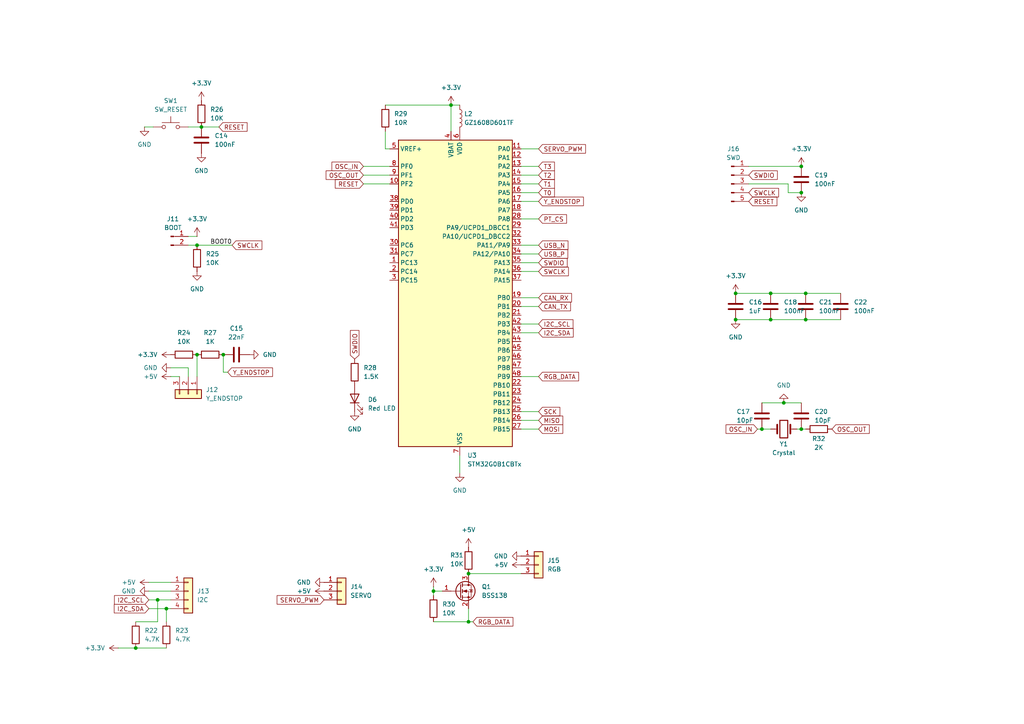
<source format=kicad_sch>
(kicad_sch (version 20231120) (generator "eeschema") (generator_version "8.0")
  (paper "A4")
  (title_block (title "CANBus Checkpoint") (date "2024-05-18") (rev "v1.1.0") (comment 1 "creativecommons.org/licenses/by-sa/4.0/") (comment 2 "License: CC BY-SA 4.0") (comment 3 "Author: Michael Smith"))
  (lib_symbols
    (symbol "Connector:Conn_01x02_Pin" (pin_names (offset 1.016) hide)
      (property "Reference" "J" (at 0 2.54 0))
      (property "Value" "Conn_01x02_Pin" (at 0 -5.08 0))
      (symbol "Conn_01x02_Pin_1_1"
        (polyline (pts (xy 1.27 -2.54) (xy 0.8636 -2.54)) (stroke (width 0.1524)))
        (polyline (pts (xy 1.27 0) (xy 0.8636 0)) (stroke (width 0.1524)))
        (rectangle (start 0.8636 -2.413) (end 0 -2.667) (stroke (width 0.1524)) (fill (type outline)))
        (rectangle (start 0.8636 0.127) (end 0 -0.127) (stroke (width 0.1524)) (fill (type outline)))
        (pin passive line (at 5.08 0 180) (length 3.81) (name "Pin_1") (number "1"))
        (pin passive line (at 5.08 -2.54 180) (length 3.81) (name "Pin_2") (number "2"))
      )
    )
    (symbol "Connector:Conn_01x05_Pin" (pin_names (offset 1.016) hide)
      (property "Reference" "J" (at 0 7.62 0))
      (property "Value" "Conn_01x05_Pin" (at 0 -7.62 0))
      (symbol "Conn_01x05_Pin_1_1"
        (polyline (pts (xy 1.27 -5.08) (xy 0.8636 -5.08)) (stroke (width 0.1524)))
        (polyline (pts (xy 1.27 -2.54) (xy 0.8636 -2.54)) (stroke (width 0.1524)))
        (polyline (pts (xy 1.27 0) (xy 0.8636 0)) (stroke (width 0.1524)))
        (polyline (pts (xy 1.27 2.54) (xy 0.8636 2.54)) (stroke (width 0.1524)))
        (polyline (pts (xy 1.27 5.08) (xy 0.8636 5.08)) (stroke (width 0.1524)))
        (rectangle (start 0.8636 -4.953) (end 0 -5.207) (stroke (width 0.1524)) (fill (type outline)))
        (rectangle (start 0.8636 -2.413) (end 0 -2.667) (stroke (width 0.1524)) (fill (type outline)))
        (rectangle (start 0.8636 0.127) (end 0 -0.127) (stroke (width 0.1524)) (fill (type outline)))
        (rectangle (start 0.8636 2.667) (end 0 2.413) (stroke (width 0.1524)) (fill (type outline)))
        (rectangle (start 0.8636 5.207) (end 0 4.953) (stroke (width 0.1524)) (fill (type outline)))
        (pin passive line (at 5.08 5.08 180) (length 3.81) (name "Pin_1") (number "1"))
        (pin passive line (at 5.08 2.54 180) (length 3.81) (name "Pin_2") (number "2"))
        (pin passive line (at 5.08 0 180) (length 3.81) (name "Pin_3") (number "3"))
        (pin passive line (at 5.08 -2.54 180) (length 3.81) (name "Pin_4") (number "4"))
        (pin passive line (at 5.08 -5.08 180) (length 3.81) (name "Pin_5") (number "5"))
      )
    )
    (symbol "Connector_Generic:Conn_01x03" (pin_names (offset 1.016) hide)
      (property "Reference" "J" (at 0 5.08 0))
      (property "Value" "Conn_01x03" (at 0 -5.08 0))
      (symbol "Conn_01x03_1_1"
        (rectangle (start -1.27 -2.413) (end 0 -2.667) (stroke (width 0.1524)))
        (rectangle (start -1.27 0.127) (end 0 -0.127) (stroke (width 0.1524)))
        (rectangle (start -1.27 2.667) (end 0 2.413) (stroke (width 0.1524)))
        (rectangle (start -1.27 3.81) (end 1.27 -3.81) (stroke (width 0.254)) (fill (type background)))
        (pin passive line (at -5.08 2.54 0) (length 3.81) (name "Pin_1") (number "1"))
        (pin passive line (at -5.08 0 0) (length 3.81) (name "Pin_2") (number "2"))
        (pin passive line (at -5.08 -2.54 0) (length 3.81) (name "Pin_3") (number "3"))
      )
    )
    (symbol "Connector_Generic:Conn_01x04" (pin_names (offset 1.016) hide)
      (property "Reference" "J" (at 0 5.08 0))
      (property "Value" "Conn_01x04" (at 0 -7.62 0))
      (symbol "Conn_01x04_1_1"
        (rectangle (start -1.27 -4.953) (end 0 -5.207) (stroke (width 0.1524)))
        (rectangle (start -1.27 -2.413) (end 0 -2.667) (stroke (width 0.1524)))
        (rectangle (start -1.27 0.127) (end 0 -0.127) (stroke (width 0.1524)))
        (rectangle (start -1.27 2.667) (end 0 2.413) (stroke (width 0.1524)))
        (rectangle (start -1.27 3.81) (end 1.27 -6.35) (stroke (width 0.254)) (fill (type background)))
        (pin passive line (at -5.08 2.54 0) (length 3.81) (name "Pin_1") (number "1"))
        (pin passive line (at -5.08 0 0) (length 3.81) (name "Pin_2") (number "2"))
        (pin passive line (at -5.08 -2.54 0) (length 3.81) (name "Pin_3") (number "3"))
        (pin passive line (at -5.08 -5.08 0) (length 3.81) (name "Pin_4") (number "4"))
      )
    )
    (symbol "Device:C" (pin_numbers hide) (pin_names (offset 0.254))
      (property "Reference" "C" (at 0.635 2.54 0))
      (property "Value" "C" (at 0.635 -2.54 0))
      (symbol "C_0_1"
        (polyline (pts (xy -2.032 -0.762) (xy 2.032 -0.762)) (stroke (width 0.508)))
        (polyline (pts (xy -2.032 0.762) (xy 2.032 0.762)) (stroke (width 0.508)))
      )
      (symbol "C_1_1"
        (pin passive line (at 0 3.81 270) (length 2.794) (name "~") (number "1"))
        (pin passive line (at 0 -3.81 90) (length 2.794) (name "~") (number "2"))
      )
    )
    (symbol "Device:Crystal" (pin_numbers hide) (pin_names (offset 1.016) hide)
      (property "Reference" "Y" (at 0 3.81 0))
      (property "Value" "Crystal" (at 0 -3.81 0))
      (symbol "Crystal_0_1"
        (rectangle (start -1.143 2.54) (end 1.143 -2.54) (stroke (width 0.3048)))
        (polyline (pts (xy -2.54 0) (xy -1.905 0)))
        (polyline (pts (xy -1.905 -1.27) (xy -1.905 1.27)) (stroke (width 0.508)))
        (polyline (pts (xy 1.905 -1.27) (xy 1.905 1.27)) (stroke (width 0.508)))
        (polyline (pts (xy 2.54 0) (xy 1.905 0)))
      )
      (symbol "Crystal_1_1"
        (pin passive line (at -3.81 0 0) (length 1.27) (name "1") (number "1"))
        (pin passive line (at 3.81 0 180) (length 1.27) (name "2") (number "2"))
      )
    )
    (symbol "Device:L" (pin_numbers hide) (pin_names (offset 1.016) hide)
      (property "Reference" "L" (at -1.27 0 90))
      (property "Value" "L" (at 1.905 0 90))
      (symbol "L_0_1"
        (arc (start 0 -2.54) (mid 0.6323 -1.905) (end 0 -1.27))
        (arc (start 0 -1.27) (mid 0.6323 -0.635) (end 0 0))
        (arc (start 0 0) (mid 0.6323 0.635) (end 0 1.27))
        (arc (start 0 1.27) (mid 0.6323 1.905) (end 0 2.54))
      )
      (symbol "L_1_1"
        (pin passive line (at 0 3.81 270) (length 1.27) (name "1") (number "1"))
        (pin passive line (at 0 -3.81 90) (length 1.27) (name "2") (number "2"))
      )
    )
    (symbol "Device:LED" (pin_numbers hide) (pin_names (offset 1.016) hide)
      (property "Reference" "D" (at 0 2.54 0))
      (property "Value" "LED" (at 0 -2.54 0))
      (symbol "LED_0_1"
        (polyline (pts (xy -1.27 -1.27) (xy -1.27 1.27)) (stroke (width 0.254)))
        (polyline (pts (xy -1.27 0) (xy 1.27 0)))
        (polyline (pts (xy 1.27 -1.27) (xy 1.27 1.27) (xy -1.27 0) (xy 1.27 -1.27)) (stroke (width 0.254)))
        (polyline (pts (xy -3.048 -0.762) (xy -4.572 -2.286) (xy -3.81 -2.286) (xy -4.572 -2.286) (xy -4.572 -1.524)))
        (polyline (pts (xy -1.778 -0.762) (xy -3.302 -2.286) (xy -2.54 -2.286) (xy -3.302 -2.286) (xy -3.302 -1.524)))
      )
      (symbol "LED_1_1"
        (pin passive line (at -3.81 0 0) (length 2.54) (name "K") (number "1"))
        (pin passive line (at 3.81 0 180) (length 2.54) (name "A") (number "2"))
      )
    )
    (symbol "Device:R" (pin_numbers hide) (pin_names (offset 0))
      (property "Reference" "R" (at 2.032 0 90))
      (property "Value" "R" (at 0 0 90))
      (symbol "R_0_1"
        (rectangle (start -1.016 -2.54) (end 1.016 2.54) (stroke (width 0.254)))
      )
      (symbol "R_1_1"
        (pin passive line (at 0 3.81 270) (length 1.27) (name "~") (number "1"))
        (pin passive line (at 0 -3.81 90) (length 1.27) (name "~") (number "2"))
      )
    )
    (symbol "MCU_ST_STM32G0:STM32G0B1CBTx"
      (property "Reference" "U" (at -15.24 46.99 0))
      (property "Value" "STM32G0B1CBTx" (at 5.08 46.99 0))
      (symbol "STM32G0B1CBTx_0_1"
        (rectangle (start -15.24 -43.18) (end 17.78 45.72) (stroke (width 0.254)) (fill (type background)))
      )
      (symbol "STM32G0B1CBTx_1_1"
        (pin bidirectional line (at -17.78 10.16 0) (length 2.54) (name "PC13") (number "1"))
        (pin bidirectional line (at -17.78 33.02 0) (length 2.54) (name "PF2") (number "10"))
        (pin bidirectional line (at 20.32 43.18 180) (length 2.54) (name "PA0") (number "11"))
        (pin bidirectional line (at 20.32 40.64 180) (length 2.54) (name "PA1") (number "12"))
        (pin bidirectional line (at 20.32 38.1 180) (length 2.54) (name "PA2") (number "13"))
        (pin bidirectional line (at 20.32 35.56 180) (length 2.54) (name "PA3") (number "14"))
        (pin bidirectional line (at 20.32 33.02 180) (length 2.54) (name "PA4") (number "15"))
        (pin bidirectional line (at 20.32 30.48 180) (length 2.54) (name "PA5") (number "16"))
        (pin bidirectional line (at 20.32 27.94 180) (length 2.54) (name "PA6") (number "17"))
        (pin bidirectional line (at 20.32 25.4 180) (length 2.54) (name "PA7") (number "18"))
        (pin bidirectional line (at 20.32 0 180) (length 2.54) (name "PB0") (number "19"))
        (pin bidirectional line (at -17.78 7.62 0) (length 2.54) (name "PC14") (number "2"))
        (pin bidirectional line (at 20.32 -2.54 180) (length 2.54) (name "PB1") (number "20"))
        (pin bidirectional line (at 20.32 -5.08 180) (length 2.54) (name "PB2") (number "21"))
        (pin bidirectional line (at 20.32 -25.4 180) (length 2.54) (name "PB10") (number "22"))
        (pin bidirectional line (at 20.32 -27.94 180) (length 2.54) (name "PB11") (number "23"))
        (pin bidirectional line (at 20.32 -30.48 180) (length 2.54) (name "PB12") (number "24"))
        (pin bidirectional line (at 20.32 -33.02 180) (length 2.54) (name "PB13") (number "25"))
        (pin bidirectional line (at 20.32 -35.56 180) (length 2.54) (name "PB14") (number "26"))
        (pin bidirectional line (at 20.32 -38.1 180) (length 2.54) (name "PB15") (number "27"))
        (pin bidirectional line (at 20.32 22.86 180) (length 2.54) (name "PA8") (number "28"))
        (pin bidirectional line (at 20.32 20.32 180) (length 2.54) (name "PA9/UCPD1_DBCC1") (number "29"))
        (pin bidirectional line (at -17.78 5.08 0) (length 2.54) (name "PC15") (number "3"))
        (pin bidirectional line (at -17.78 15.24 0) (length 2.54) (name "PC6") (number "30"))
        (pin bidirectional line (at -17.78 12.7 0) (length 2.54) (name "PC7") (number "31"))
        (pin bidirectional line (at 20.32 17.78 180) (length 2.54) (name "PA10/UCPD1_DBCC2") (number "32"))
        (pin bidirectional line (at 20.32 15.24 180) (length 2.54) (name "PA11/PA9") (number "33"))
        (pin bidirectional line (at 20.32 12.7 180) (length 2.54) (name "PA12/PA10") (number "34"))
        (pin bidirectional line (at 20.32 10.16 180) (length 2.54) (name "PA13") (number "35"))
        (pin bidirectional line (at 20.32 7.62 180) (length 2.54) (name "PA14") (number "36"))
        (pin bidirectional line (at 20.32 5.08 180) (length 2.54) (name "PA15") (number "37"))
        (pin bidirectional line (at -17.78 27.94 0) (length 2.54) (name "PD0") (number "38"))
        (pin bidirectional line (at -17.78 25.4 0) (length 2.54) (name "PD1") (number "39"))
        (pin power_in line (at 0 48.26 270) (length 2.54) (name "VBAT") (number "4"))
        (pin bidirectional line (at -17.78 22.86 0) (length 2.54) (name "PD2") (number "40"))
        (pin bidirectional line (at -17.78 20.32 0) (length 2.54) (name "PD3") (number "41"))
        (pin bidirectional line (at 20.32 -7.62 180) (length 2.54) (name "PB3") (number "42"))
        (pin bidirectional line (at 20.32 -10.16 180) (length 2.54) (name "PB4") (number "43"))
        (pin bidirectional line (at 20.32 -12.7 180) (length 2.54) (name "PB5") (number "44"))
        (pin bidirectional line (at 20.32 -15.24 180) (length 2.54) (name "PB6") (number "45"))
        (pin bidirectional line (at 20.32 -17.78 180) (length 2.54) (name "PB7") (number "46"))
        (pin bidirectional line (at 20.32 -20.32 180) (length 2.54) (name "PB8") (number "47"))
        (pin bidirectional line (at 20.32 -22.86 180) (length 2.54) (name "PB9") (number "48"))
        (pin input line (at -17.78 43.18 0) (length 2.54) (name "VREF+") (number "5"))
        (pin power_in line (at 2.54 48.26 270) (length 2.54) (name "VDD") (number "6"))
        (pin power_in line (at 2.54 -45.72 90) (length 2.54) (name "VSS") (number "7"))
        (pin bidirectional line (at -17.78 38.1 0) (length 2.54) (name "PF0") (number "8"))
        (pin bidirectional line (at -17.78 35.56 0) (length 2.54) (name "PF1") (number "9"))
      )
    )
    (symbol "Switch:SW_Push" (pin_numbers hide) (pin_names (offset 1.016) hide)
      (property "Reference" "SW" (at 1.27 2.54 0))
      (property "Value" "SW_Push" (at 0 -1.524 0))
      (symbol "SW_Push_0_1"
        (circle (center -2.032 0) (radius 0.508))
        (polyline (pts (xy 0 1.27) (xy 0 3.048)))
        (polyline (pts (xy 2.54 1.27) (xy -2.54 1.27)))
        (circle (center 2.032 0) (radius 0.508))
        (pin passive line (at -5.08 0 0) (length 2.54) (name "1") (number "1"))
        (pin passive line (at 5.08 0 180) (length 2.54) (name "2") (number "2"))
      )
    )
    (symbol "Transistor_FET:BSS138" (pin_names hide)
      (property "Reference" "Q" (at 5.08 1.905 0))
      (property "Value" "BSS138" (at 5.08 0 0))
      (symbol "BSS138_0_1"
        (polyline (pts (xy 0.254 0) (xy -2.54 0)))
        (polyline (pts (xy 0.254 1.905) (xy 0.254 -1.905)) (stroke (width 0.254)))
        (polyline (pts (xy 0.762 -1.27) (xy 0.762 -2.286)) (stroke (width 0.254)))
        (polyline (pts (xy 0.762 0.508) (xy 0.762 -0.508)) (stroke (width 0.254)))
        (polyline (pts (xy 0.762 2.286) (xy 0.762 1.27)) (stroke (width 0.254)))
        (polyline (pts (xy 2.54 2.54) (xy 2.54 1.778)))
        (polyline (pts (xy 2.54 -2.54) (xy 2.54 0) (xy 0.762 0)))
        (polyline (pts (xy 0.762 -1.778) (xy 3.302 -1.778) (xy 3.302 1.778) (xy 0.762 1.778)))
        (polyline (pts (xy 1.016 0) (xy 2.032 0.381) (xy 2.032 -0.381) (xy 1.016 0)) (fill (type outline)))
        (polyline (pts (xy 2.794 0.508) (xy 2.921 0.381) (xy 3.683 0.381) (xy 3.81 0.254)))
        (polyline (pts (xy 3.302 0.381) (xy 2.921 -0.254) (xy 3.683 -0.254) (xy 3.302 0.381)))
        (circle (center 1.651 0) (radius 2.794) (stroke (width 0.254)))
        (circle (center 2.54 -1.778) (radius 0.254) (fill (type outline)))
        (circle (center 2.54 1.778) (radius 0.254) (fill (type outline)))
      )
      (symbol "BSS138_1_1"
        (pin input line (at -5.08 0 0) (length 2.54) (name "G") (number "1"))
        (pin passive line (at 2.54 -5.08 90) (length 2.54) (name "S") (number "2"))
        (pin passive line (at 2.54 5.08 270) (length 2.54) (name "D") (number "3"))
      )
    )
    (symbol "power:+3.3V" (power) (pin_numbers hide) (pin_names (offset 0) hide)
      (property "Value" "+3.3V" (at 0 3.556 0))
      (symbol "+3.3V_0_1"
        (polyline (pts (xy -0.762 1.27) (xy 0 2.54)))
        (polyline (pts (xy 0 0) (xy 0 2.54)))
        (polyline (pts (xy 0 2.54) (xy 0.762 1.27)))
      )
      (symbol "+3.3V_1_1"
        (pin power_in line (at 0 0 90) (length 0) (name "~") (number "1"))
      )
    )
    (symbol "power:+5V" (power) (pin_numbers hide) (pin_names (offset 0) hide)
      (property "Value" "+5V" (at 0 3.556 0))
      (symbol "+5V_0_1"
        (polyline (pts (xy -0.762 1.27) (xy 0 2.54)))
        (polyline (pts (xy 0 0) (xy 0 2.54)))
        (polyline (pts (xy 0 2.54) (xy 0.762 1.27)))
      )
      (symbol "+5V_1_1"
        (pin power_in line (at 0 0 90) (length 0) (name "~") (number "1"))
      )
    )
    (symbol "power:GND" (power) (pin_numbers hide) (pin_names (offset 0) hide)
      (property "Value" "GND" (at 0 -3.81 0))
      (symbol "GND_0_1"
        (polyline (pts (xy 0 0) (xy 0 -1.27) (xy 1.27 -1.27) (xy 0 -2.54) (xy -1.27 -1.27) (xy 0 -1.27)))
      )
      (symbol "GND_1_1"
        (pin power_in line (at 0 0 270) (length 0) (name "~") (number "1"))
      )
    )
  )
  (junction (at 223.52 92.71))
  (junction (at 135.89 180.34))
  (junction (at 45.72 173.99))
  (junction (at 233.68 85.09))
  (junction (at 220.98 124.46))
  (junction (at 130.81 30.48))
  (junction (at 213.36 92.71))
  (junction (at 233.68 92.71))
  (junction (at 57.15 102.87))
  (junction (at 125.73 171.45))
  (junction (at 58.42 36.83))
  (junction (at 232.41 124.46))
  (junction (at 232.41 48.26))
  (junction (at 232.41 55.88))
  (junction (at 57.15 71.12))
  (junction (at 64.77 102.87))
  (junction (at 135.89 166.37))
  (junction (at 48.26 176.53))
  (junction (at 223.52 85.09))
  (junction (at 39.37 187.96))
  (junction (at 227.33 116.84))
  (junction (at 213.36 85.09))
  (wire (pts (xy 151.13 58.42) (xy 156.21 58.42)))
  (wire (pts (xy 232.41 124.46) (xy 233.68 124.46)))
  (wire (pts (xy 151.13 96.52) (xy 156.21 96.52)))
  (wire (pts (xy 151.13 121.92) (xy 156.21 121.92)))
  (wire (pts (xy 58.42 36.83) (xy 63.5 36.83)))
  (wire (pts (xy 105.41 50.8) (xy 113.03 50.8)))
  (wire (pts (xy 125.73 170.18) (xy 125.73 171.45)))
  (wire (pts (xy 54.61 106.68) (xy 49.53 106.68)))
  (wire (pts (xy 49.53 173.99) (xy 45.72 173.99)))
  (wire (pts (xy 54.61 109.22) (xy 54.61 106.68)))
  (wire (pts (xy 66.04 107.95) (xy 64.77 107.95)))
  (wire (pts (xy 130.81 30.48) (xy 133.35 30.48)))
  (wire (pts (xy 220.98 124.46) (xy 223.52 124.46)))
  (wire (pts (xy 49.53 109.22) (xy 52.07 109.22)))
  (wire (pts (xy 130.81 30.48) (xy 130.81 38.1)))
  (wire (pts (xy 105.41 53.34) (xy 113.03 53.34)))
  (wire (pts (xy 125.73 171.45) (xy 125.73 172.72)))
  (wire (pts (xy 135.89 180.34) (xy 137.16 180.34)))
  (wire (pts (xy 34.29 187.96) (xy 39.37 187.96)))
  (wire (pts (xy 105.41 48.26) (xy 113.03 48.26)))
  (wire (pts (xy 111.76 30.48) (xy 130.81 30.48)))
  (wire (pts (xy 233.68 92.71) (xy 243.84 92.71)))
  (wire (pts (xy 48.26 176.53) (xy 48.26 180.34)))
  (wire (pts (xy 49.53 176.53) (xy 48.26 176.53)))
  (wire (pts (xy 125.73 171.45) (xy 128.27 171.45)))
  (wire (pts (xy 151.13 119.38) (xy 156.21 119.38)))
  (wire (pts (xy 151.13 48.26) (xy 156.21 48.26)))
  (wire (pts (xy 151.13 73.66) (xy 156.21 73.66)))
  (wire (pts (xy 151.13 55.88) (xy 156.21 55.88)))
  (wire (pts (xy 233.68 85.09) (xy 243.84 85.09)))
  (wire (pts (xy 111.76 43.18) (xy 111.76 38.1)))
  (wire (pts (xy 135.89 176.53) (xy 135.89 180.34)))
  (wire (pts (xy 231.14 124.46) (xy 232.41 124.46)))
  (wire (pts (xy 227.33 116.84) (xy 232.41 116.84)))
  (wire (pts (xy 156.21 63.5) (xy 151.13 63.5)))
  (wire (pts (xy 151.13 43.18) (xy 156.21 43.18)))
  (wire (pts (xy 223.52 92.71) (xy 233.68 92.71)))
  (wire (pts (xy 45.72 180.34) (xy 39.37 180.34)))
  (wire (pts (xy 228.6 55.88) (xy 232.41 55.88)))
  (wire (pts (xy 151.13 109.22) (xy 156.21 109.22)))
  (wire (pts (xy 125.73 180.34) (xy 135.89 180.34)))
  (wire (pts (xy 41.91 36.83) (xy 44.45 36.83)))
  (wire (pts (xy 54.61 71.12) (xy 57.15 71.12)))
  (wire (pts (xy 151.13 71.12) (xy 156.21 71.12)))
  (wire (pts (xy 54.61 68.58) (xy 57.15 68.58)))
  (wire (pts (xy 151.13 86.36) (xy 156.21 86.36)))
  (wire (pts (xy 57.15 71.12) (xy 67.31 71.12)))
  (wire (pts (xy 43.18 171.45) (xy 49.53 171.45)))
  (wire (pts (xy 151.13 50.8) (xy 156.21 50.8)))
  (wire (pts (xy 43.18 168.91) (xy 49.53 168.91)))
  (wire (pts (xy 151.13 124.46) (xy 156.21 124.46)))
  (wire (pts (xy 54.61 36.83) (xy 58.42 36.83)))
  (wire (pts (xy 133.35 132.08) (xy 133.35 137.16)))
  (wire (pts (xy 217.17 48.26) (xy 232.41 48.26)))
  (wire (pts (xy 151.13 88.9) (xy 156.21 88.9)))
  (wire (pts (xy 213.36 92.71) (xy 223.52 92.71)))
  (wire (pts (xy 57.15 102.87) (xy 57.15 109.22)))
  (wire (pts (xy 45.72 173.99) (xy 45.72 180.34)))
  (wire (pts (xy 43.18 173.99) (xy 45.72 173.99)))
  (wire (pts (xy 151.13 78.74) (xy 156.21 78.74)))
  (wire (pts (xy 213.36 85.09) (xy 223.52 85.09)))
  (wire (pts (xy 219.71 124.46) (xy 220.98 124.46)))
  (wire (pts (xy 113.03 43.18) (xy 111.76 43.18)))
  (wire (pts (xy 220.98 116.84) (xy 227.33 116.84)))
  (wire (pts (xy 43.18 176.53) (xy 48.26 176.53)))
  (wire (pts (xy 39.37 187.96) (xy 48.26 187.96)))
  (wire (pts (xy 64.77 107.95) (xy 64.77 102.87)))
  (wire (pts (xy 151.13 76.2) (xy 156.21 76.2)))
  (wire (pts (xy 151.13 93.98) (xy 156.21 93.98)))
  (wire (pts (xy 151.13 53.34) (xy 156.21 53.34)))
  (wire (pts (xy 217.17 53.34) (xy 228.6 53.34)))
  (wire (pts (xy 135.89 166.37) (xy 151.13 166.37)))
  (wire (pts (xy 223.52 85.09) (xy 233.68 85.09)))
  (wire (pts (xy 228.6 53.34) (xy 228.6 55.88)))
  (label "BOOT0" (at 60.96 71.12 0))
  (global_label "RESET" (shape input) (at 105.41 53.34 180) (property "Intersheetrefs" "${INTERSHEET_REFS}" (effects (hide yes))))
  (global_label "MOSI" (shape input) (at 156.21 124.46 0) (property "Intersheetrefs" "${INTERSHEET_REFS}" (effects (hide yes))))
  (global_label "T0" (shape input) (at 156.21 55.88 0) (property "Intersheetrefs" "${INTERSHEET_REFS}" (effects (hide yes))))
  (global_label "SWDIO" (shape input) (at 102.87 104.14 90) (property "Intersheetrefs" "${INTERSHEET_REFS}" (effects (hide yes))))
  (global_label "T1" (shape input) (at 156.21 53.34 0) (property "Intersheetrefs" "${INTERSHEET_REFS}" (effects (hide yes))))
  (global_label "SWCLK" (shape input) (at 217.17 55.88 0) (property "Intersheetrefs" "${INTERSHEET_REFS}" (effects (hide yes))))
  (global_label "PT_CS" (shape input) (at 156.21 63.5 0) (property "Intersheetrefs" "${INTERSHEET_REFS}" (effects (hide yes))))
  (global_label "Y_ENDSTOP" (shape input) (at 66.04 107.95 0) (property "Intersheetrefs" "${INTERSHEET_REFS}" (effects (hide yes))))
  (global_label "SWCLK" (shape input) (at 67.31 71.12 0) (property "Intersheetrefs" "${INTERSHEET_REFS}" (effects (hide yes))))
  (global_label "USB_P" (shape input) (at 156.21 73.66 0) (property "Intersheetrefs" "${INTERSHEET_REFS}" (effects (hide yes))))
  (global_label "Y_ENDSTOP" (shape input) (at 156.21 58.42 0) (property "Intersheetrefs" "${INTERSHEET_REFS}" (effects (hide yes))))
  (global_label "CAN_RX" (shape input) (at 156.21 86.36 0) (property "Intersheetrefs" "${INTERSHEET_REFS}" (effects (hide yes))))
  (global_label "T3" (shape input) (at 156.21 48.26 0) (property "Intersheetrefs" "${INTERSHEET_REFS}" (effects (hide yes))))
  (global_label "MISO" (shape input) (at 156.21 121.92 0) (property "Intersheetrefs" "${INTERSHEET_REFS}" (effects (hide yes))))
  (global_label "RGB_DATA" (shape input) (at 137.16 180.34 0) (property "Intersheetrefs" "${INTERSHEET_REFS}" (effects (hide yes))))
  (global_label "OSC_IN" (shape input) (at 105.41 48.26 180) (property "Intersheetrefs" "${INTERSHEET_REFS}" (effects (hide yes))))
  (global_label "OSC_OUT" (shape input) (at 105.41 50.8 180) (property "Intersheetrefs" "${INTERSHEET_REFS}" (effects (hide yes))))
  (global_label "OSC_OUT" (shape input) (at 241.3 124.46 0) (property "Intersheetrefs" "${INTERSHEET_REFS}" (effects (hide yes))))
  (global_label "SWDIO" (shape input) (at 217.17 50.8 0) (property "Intersheetrefs" "${INTERSHEET_REFS}" (effects (hide yes))))
  (global_label "I2C_SDA" (shape input) (at 43.18 176.53 180) (property "Intersheetrefs" "${INTERSHEET_REFS}" (effects (hide yes))))
  (global_label "SWDIO" (shape input) (at 156.21 76.2 0) (property "Intersheetrefs" "${INTERSHEET_REFS}" (effects (hide yes))))
  (global_label "I2C_SCL" (shape input) (at 156.21 93.98 0) (property "Intersheetrefs" "${INTERSHEET_REFS}" (effects (hide yes))))
  (global_label "USB_N" (shape input) (at 156.21 71.12 0) (property "Intersheetrefs" "${INTERSHEET_REFS}" (effects (hide yes))))
  (global_label "SERVO_PWM" (shape input) (at 93.98 173.99 180) (property "Intersheetrefs" "${INTERSHEET_REFS}" (effects (hide yes))))
  (global_label "OSC_IN" (shape input) (at 219.71 124.46 180) (property "Intersheetrefs" "${INTERSHEET_REFS}" (effects (hide yes))))
  (global_label "SERVO_PWM" (shape input) (at 156.21 43.18 0) (property "Intersheetrefs" "${INTERSHEET_REFS}" (effects (hide yes))))
  (global_label "RESET" (shape input) (at 217.17 58.42 0) (property "Intersheetrefs" "${INTERSHEET_REFS}" (effects (hide yes))))
  (global_label "RESET" (shape input) (at 63.5 36.83 0) (property "Intersheetrefs" "${INTERSHEET_REFS}" (effects (hide yes))))
  (global_label "SCK" (shape input) (at 156.21 119.38 0) (property "Intersheetrefs" "${INTERSHEET_REFS}" (effects (hide yes))))
  (global_label "RGB_DATA" (shape input) (at 156.21 109.22 0) (property "Intersheetrefs" "${INTERSHEET_REFS}" (effects (hide yes))))
  (global_label "CAN_TX" (shape input) (at 156.21 88.9 0) (property "Intersheetrefs" "${INTERSHEET_REFS}" (effects (hide yes))))
  (global_label "T2" (shape input) (at 156.21 50.8 0) (property "Intersheetrefs" "${INTERSHEET_REFS}" (effects (hide yes))))
  (global_label "SWCLK" (shape input) (at 156.21 78.74 0) (property "Intersheetrefs" "${INTERSHEET_REFS}" (effects (hide yes))))
  (global_label "I2C_SCL" (shape input) (at 43.18 173.99 180) (property "Intersheetrefs" "${INTERSHEET_REFS}" (effects (hide yes))))
  (global_label "I2C_SDA" (shape input) (at 156.21 96.52 0) (property "Intersheetrefs" "${INTERSHEET_REFS}" (effects (hide yes))))
  (symbol (lib_id "Switch:SW_Push") (at 49.53 36.83 0) (unit 1)
    (property "Reference" "SW1" (at 49.53 29.21 0))
    (property "Value" "SW_RESET" (at 49.53 31.75 0))
    (property "Footprint" "Button_Switch_SMD:SW_Push_1P1T_XKB_TS-1187A" (effects (hide yes)))
    (property "Description" "Push button switch, generic, two pins" (effects (hide yes)))
  )
  (symbol (lib_id "Device:R") (at 57.15 74.93 0) (unit 1)
    (property "Reference" "R25" (at 59.69 73.6599 0) (effects (justify left)))
    (property "Value" "10K" (at 59.69 76.1999 0) (effects (justify left)))
    (property "Footprint" "Resistor_SMD:R_0603_1608Metric" (effects (hide yes)))
    (property "Description" "Resistor" (effects (hide yes)))
  )
  (symbol (lib_id "power:+3.3V") (at 125.73 170.18 0) (unit 1)
    (property "Reference" "#PWR038" (effects (hide yes)))
    (property "Value" "+3.3V" (at 125.73 165.1 0))
    (property "Description" "Power symbol creates a global label with name \"+3.3V\"" (effects (hide yes)))
  )
  (symbol (lib_id "power:GND") (at 49.53 106.68 270) (unit 1)
    (property "Reference" "#PWR028" (effects (hide yes)))
    (property "Value" "GND" (at 45.72 106.6799 90) (effects (justify right)))
    (property "Description" "Power symbol creates a global label with name \"GND\" , ground" (effects (hide yes)))
  )
  (symbol (lib_id "Device:R") (at 135.89 162.56 0) (unit 1)
    (property "Reference" "R31" (at 130.556 161.036 0) (effects (justify left)))
    (property "Value" "10K" (at 130.556 163.576 0) (effects (justify left)))
    (property "Footprint" "Resistor_SMD:R_0603_1608Metric" (effects (hide yes)))
    (property "Description" "Resistor" (effects (hide yes)))
  )
  (symbol (lib_id "power:GND") (at 57.15 78.74 0) (unit 1)
    (property "Reference" "#PWR031" (effects (hide yes)))
    (property "Value" "GND" (at 57.15 83.82 0))
    (property "Description" "Power symbol creates a global label with name \"GND\" , ground" (effects (hide yes)))
  )
  (symbol (lib_id "Connector_Generic:Conn_01x03") (at 156.21 163.83 0) (unit 1)
    (property "Reference" "J15" (at 158.75 162.5599 0) (effects (justify left)))
    (property "Value" "RGB" (at 158.75 165.0999 0) (effects (justify left)))
    (property "Footprint" "Connector_JST:JST_XH_B3B-XH-A_1x03_P2.50mm_Vertical" (effects (hide yes)))
    (property "Description" "Generic connector, single row, 01x03, script generated (kicad-library-utils/schlib/autogen/connector/)" (effects (hide yes)))
  )
  (symbol (lib_id "Device:R") (at 102.87 107.95 180) (unit 1)
    (property "Reference" "R28" (at 105.41 106.6799 0) (effects (justify right)))
    (property "Value" "1.5K" (at 105.41 109.2199 0) (effects (justify right)))
    (property "Footprint" "Resistor_SMD:R_0603_1608Metric" (effects (hide yes)))
    (property "Description" "Resistor" (effects (hide yes)))
  )
  (symbol (lib_id "power:GND") (at 213.36 92.71 0) (unit 1)
    (property "Reference" "#PWR045" (effects (hide yes)))
    (property "Value" "GND" (at 213.36 97.79 0))
    (property "Description" "Power symbol creates a global label with name \"GND\" , ground" (effects (hide yes)))
  )
  (symbol (lib_id "power:+5V") (at 135.89 158.75 0) (unit 1)
    (property "Reference" "#PWR041" (effects (hide yes)))
    (property "Value" "+5V" (at 135.89 153.67 0))
    (property "Description" "Power symbol creates a global label with name \"+5V\"" (effects (hide yes)))
  )
  (symbol (lib_id "Connector:Conn_01x05_Pin") (at 212.09 53.34 0) (unit 1)
    (property "Reference" "J16" (at 212.725 43.18 0))
    (property "Value" "SWD" (at 212.725 45.72 0))
    (property "Footprint" "Connector_PinHeader_2.54mm:PinHeader_1x05_P2.54mm_Vertical" (effects (hide yes)))
    (property "Description" "Generic connector, single row, 01x05, script generated" (effects (hide yes)))
  )
  (symbol (lib_id "power:+5V") (at 151.13 163.83 90) (unit 1)
    (property "Reference" "#PWR043" (effects (hide yes)))
    (property "Value" "+5V" (at 147.32 163.8299 90) (effects (justify left)))
    (property "Description" "Power symbol creates a global label with name \"+5V\"" (effects (hide yes)))
  )
  (symbol (lib_id "Device:R") (at 39.37 184.15 180) (unit 1)
    (property "Reference" "R22" (at 41.91 182.8799 0) (effects (justify right)))
    (property "Value" "4.7K" (at 41.91 185.4199 0) (effects (justify right)))
    (property "Footprint" "Resistor_SMD:R_0603_1608Metric" (effects (hide yes)))
    (property "Description" "Resistor" (effects (hide yes)))
  )
  (symbol (lib_id "power:GND") (at 151.13 161.29 270) (unit 1)
    (property "Reference" "#PWR042" (effects (hide yes)))
    (property "Value" "GND" (at 147.32 161.2899 90) (effects (justify right)))
    (property "Description" "Power symbol creates a global label with name \"GND\" , ground" (effects (hide yes)))
  )
  (symbol (lib_id "MCU_ST_STM32G0:STM32G0B1CBTx") (at 130.81 86.36 0) (unit 1)
    (property "Reference" "U3" (at 135.5441 132.08 0) (effects (justify left)))
    (property "Value" "STM32G0B1CBTx" (at 135.5441 134.62 0) (effects (justify left)))
    (property "Footprint" "Package_QFP:LQFP-48_7x7mm_P0.5mm" (effects (hide yes)))
    (property "Datasheet" "https://www.st.com/resource/en/datasheet/stm32g0b1cb.pdf" (effects (hide yes)))
    (property "Description" "STMicroelectronics Arm Cortex-M0+ MCU, 128KB flash, 144KB RAM, 64 MHz, 1.7-3.6V, 44 GPIO, LQFP48" (effects (hide yes)))
  )
  (symbol (lib_id "power:+5V") (at 43.18 168.91 90) (unit 1)
    (property "Reference" "#PWR025" (effects (hide yes)))
    (property "Value" "+5V" (at 39.37 168.9099 90) (effects (justify left)))
    (property "Description" "Power symbol creates a global label with name \"+5V\"" (effects (hide yes)))
  )
  (symbol (lib_id "Device:C") (at 233.68 88.9 0) (unit 1)
    (property "Reference" "C21" (at 237.49 87.6299 0) (effects (justify left)))
    (property "Value" "100nF" (at 237.49 90.1699 0) (effects (justify left)))
    (property "Footprint" "Capacitor_SMD:C_0402_1005Metric" (effects (hide yes)))
    (property "Description" "Unpolarized capacitor" (effects (hide yes)))
  )
  (symbol (lib_id "power:GND") (at 133.35 137.16 0) (unit 1)
    (property "Reference" "#PWR040" (effects (hide yes)))
    (property "Value" "GND" (at 133.35 142.24 0))
    (property "Description" "Power symbol creates a global label with name \"GND\" , ground" (effects (hide yes)))
  )
  (symbol (lib_id "power:+3.3V") (at 130.81 30.48 0) (unit 1)
    (property "Reference" "#PWR039" (effects (hide yes)))
    (property "Value" "+3.3V" (at 130.81 25.4 0))
    (property "Description" "Power symbol creates a global label with name \"+3.3V\"" (effects (hide yes)))
  )
  (symbol (lib_id "Device:C") (at 213.36 88.9 0) (unit 1)
    (property "Reference" "C16" (at 217.17 87.6299 0) (effects (justify left)))
    (property "Value" "1uF" (at 217.17 90.1699 0) (effects (justify left)))
    (property "Footprint" "Capacitor_SMD:C_0603_1608Metric" (effects (hide yes)))
    (property "Description" "Unpolarized capacitor" (effects (hide yes)))
  )
  (symbol (lib_id "Device:LED") (at 102.87 115.57 90) (unit 1)
    (property "Reference" "D6" (at 106.68 115.8874 90) (effects (justify right)))
    (property "Value" "Red LED" (at 106.68 118.4274 90) (effects (justify right)))
    (property "Footprint" "LED_SMD:LED_0805_2012Metric" (effects (hide yes)))
    (property "Datasheet" "NCD0805R1" (effects (hide yes)))
    (property "Description" "Light emitting diode" (effects (hide yes)))
  )
  (symbol (lib_id "power:GND") (at 72.39 102.87 90) (unit 1)
    (property "Reference" "#PWR034" (effects (hide yes)))
    (property "Value" "GND" (at 76.2 102.8699 90) (effects (justify right)))
    (property "Description" "Power symbol creates a global label with name \"GND\" , ground" (effects (hide yes)))
  )
  (symbol (lib_id "Device:C") (at 232.41 120.65 0) (unit 1)
    (property "Reference" "C20" (at 236.22 119.3799 0) (effects (justify left)))
    (property "Value" "10pF" (at 236.22 121.9199 0) (effects (justify left)))
    (property "Footprint" "Capacitor_SMD:C_0603_1608Metric" (effects (hide yes)))
    (property "Description" "Unpolarized capacitor" (effects (hide yes)))
  )
  (symbol (lib_id "Device:R") (at 125.73 176.53 0) (unit 1)
    (property "Reference" "R30" (at 128.27 175.2599 0) (effects (justify left)))
    (property "Value" "10K" (at 128.27 177.7999 0) (effects (justify left)))
    (property "Footprint" "Resistor_SMD:R_0603_1608Metric" (effects (hide yes)))
    (property "Description" "Resistor" (effects (hide yes)))
  )
  (symbol (lib_id "Connector_Generic:Conn_01x03") (at 54.61 114.3 270) (unit 1)
    (property "Reference" "J12" (at 59.69 113.0299 90) (effects (justify left)))
    (property "Value" "Y_ENDSTOP" (at 59.69 115.5699 90) (effects (justify left)))
    (property "Footprint" "Connector_JST:JST_XH_S3B-XH-A_1x03_P2.50mm_Horizontal" (effects (hide yes)))
    (property "Description" "Generic connector, single row, 01x03, script generated (kicad-library-utils/schlib/autogen/connector/)" (effects (hide yes)))
  )
  (symbol (lib_id "power:+3.3V") (at 58.42 29.21 0) (unit 1)
    (property "Reference" "#PWR032" (effects (hide yes)))
    (property "Value" "+3.3V" (at 58.42 24.13 0))
    (property "Description" "Power symbol creates a global label with name \"+3.3V\"" (effects (hide yes)))
  )
  (symbol (lib_id "power:+3.3V") (at 232.41 48.26 0) (unit 1)
    (property "Reference" "#PWR047" (effects (hide yes)))
    (property "Value" "+3.3V" (at 232.41 43.18 0))
    (property "Description" "Power symbol creates a global label with name \"+3.3V\"" (effects (hide yes)))
  )
  (symbol (lib_id "power:+5V") (at 93.98 171.45 90) (unit 1)
    (property "Reference" "#PWR036" (effects (hide yes)))
    (property "Value" "+5V" (at 90.17 171.4499 90) (effects (justify left)))
    (property "Description" "Power symbol creates a global label with name \"+5V\"" (effects (hide yes)))
  )
  (symbol (lib_id "Device:C") (at 58.42 40.64 0) (unit 1)
    (property "Reference" "C14" (at 62.23 39.3699 0) (effects (justify left)))
    (property "Value" "100nF" (at 62.23 41.9099 0) (effects (justify left)))
    (property "Footprint" "Capacitor_SMD:C_0402_1005Metric" (effects (hide yes)))
    (property "Description" "Unpolarized capacitor" (effects (hide yes)))
  )
  (symbol (lib_id "power:GND") (at 43.18 171.45 270) (unit 1)
    (property "Reference" "#PWR026" (effects (hide yes)))
    (property "Value" "GND" (at 39.37 171.4499 90) (effects (justify right)))
    (property "Description" "Power symbol creates a global label with name \"GND\" , ground" (effects (hide yes)))
  )
  (symbol (lib_id "Connector:Conn_01x02_Pin") (at 49.53 68.58 0) (unit 1)
    (property "Reference" "J11" (at 50.165 63.5 0))
    (property "Value" "BOOT" (at 50.165 66.04 0))
    (property "Footprint" "Connector_PinHeader_2.54mm:PinHeader_1x02_P2.54mm_Vertical" (effects (hide yes)))
    (property "Description" "Generic connector, single row, 01x02, script generated" (effects (hide yes)))
  )
  (symbol (lib_id "power:+5V") (at 49.53 109.22 90) (unit 1)
    (property "Reference" "#PWR029" (effects (hide yes)))
    (property "Value" "+5V" (at 45.72 109.2199 90) (effects (justify left)))
    (property "Description" "Power symbol creates a global label with name \"+5V\"" (effects (hide yes)))
  )
  (symbol (lib_id "power:GND") (at 58.42 44.45 0) (unit 1)
    (property "Reference" "#PWR033" (effects (hide yes)))
    (property "Value" "GND" (at 58.42 49.53 0))
    (property "Description" "Power symbol creates a global label with name \"GND\" , ground" (effects (hide yes)))
  )
  (symbol (lib_id "Device:R") (at 53.34 102.87 90) (unit 1)
    (property "Reference" "R24" (at 53.34 96.52 90))
    (property "Value" "10K" (at 53.34 99.06 90))
    (property "Footprint" "Resistor_SMD:R_0603_1608Metric" (effects (hide yes)))
    (property "Description" "Resistor" (effects (hide yes)))
  )
  (symbol (lib_id "power:GND") (at 41.91 36.83 0) (unit 1)
    (property "Reference" "#PWR024" (effects (hide yes)))
    (property "Value" "GND" (at 41.91 41.91 0))
    (property "Description" "Power symbol creates a global label with name \"GND\" , ground" (effects (hide yes)))
  )
  (symbol (lib_id "Device:R") (at 60.96 102.87 90) (unit 1)
    (property "Reference" "R27" (at 60.96 96.52 90))
    (property "Value" "1K" (at 60.96 99.06 90))
    (property "Footprint" "Resistor_SMD:R_0603_1608Metric" (effects (hide yes)))
    (property "Description" "Resistor" (effects (hide yes)))
  )
  (symbol (lib_id "Device:C") (at 232.41 52.07 0) (unit 1)
    (property "Reference" "C19" (at 236.22 50.7999 0) (effects (justify left)))
    (property "Value" "100nF" (at 236.22 53.3399 0) (effects (justify left)))
    (property "Footprint" "Capacitor_SMD:C_0402_1005Metric" (effects (hide yes)))
    (property "Description" "Unpolarized capacitor" (effects (hide yes)))
  )
  (symbol (lib_id "Connector_Generic:Conn_01x04") (at 54.61 171.45 0) (unit 1)
    (property "Reference" "J13" (at 57.15 171.4499 0) (effects (justify left)))
    (property "Value" "I2C" (at 57.15 173.9899 0) (effects (justify left)))
    (property "Footprint" "Connector_JST:JST_XH_B4B-XH-A_1x04_P2.50mm_Vertical" (effects (hide yes)))
    (property "Description" "Generic connector, single row, 01x04, script generated (kicad-library-utils/schlib/autogen/connector/)" (effects (hide yes)))
  )
  (symbol (lib_id "Device:C") (at 243.84 88.9 0) (unit 1)
    (property "Reference" "C22" (at 247.65 87.6299 0) (effects (justify left)))
    (property "Value" "100nF" (at 247.65 90.1699 0) (effects (justify left)))
    (property "Footprint" "Capacitor_SMD:C_0402_1005Metric" (effects (hide yes)))
    (property "Description" "Unpolarized capacitor" (effects (hide yes)))
  )
  (symbol (lib_id "power:+3.3V") (at 57.15 68.58 0) (unit 1)
    (property "Reference" "#PWR030" (effects (hide yes)))
    (property "Value" "+3.3V" (at 57.15 63.5 0))
    (property "Description" "Power symbol creates a global label with name \"+3.3V\"" (effects (hide yes)))
  )
  (symbol (lib_id "Device:C") (at 68.58 102.87 90) (unit 1)
    (property "Reference" "C15" (at 68.58 95.25 90))
    (property "Value" "22nF" (at 68.58 97.79 90))
    (property "Footprint" "Capacitor_SMD:C_0603_1608Metric" (effects (hide yes)))
    (property "Description" "Unpolarized capacitor" (effects (hide yes)))
  )
  (symbol (lib_id "Transistor_FET:BSS138") (at 133.35 171.45 0) (unit 1)
    (property "Reference" "Q1" (at 139.7 170.1799 0) (effects (justify left)))
    (property "Value" "BSS138" (at 139.7 172.7199 0) (effects (justify left)))
    (property "Footprint" "Package_TO_SOT_SMD:SOT-23" (effects (hide yes)))
    (property "Datasheet" "https://www.onsemi.com/pub/Collateral/BSS138-D.PDF" (effects (hide yes)))
    (property "Description" "50V Vds, 0.22A Id, N-Channel MOSFET, SOT-23" (effects (hide yes)))
  )
  (symbol (lib_id "power:+3.3V") (at 34.29 187.96 90) (unit 1)
    (property "Reference" "#PWR023" (effects (hide yes)))
    (property "Value" "+3.3V" (at 30.48 187.9599 90) (effects (justify left)))
    (property "Description" "Power symbol creates a global label with name \"+3.3V\"" (effects (hide yes)))
  )
  (symbol (lib_id "Device:C") (at 223.52 88.9 0) (unit 1)
    (property "Reference" "C18" (at 227.33 87.6299 0) (effects (justify left)))
    (property "Value" "100nF" (at 227.33 90.1699 0) (effects (justify left)))
    (property "Footprint" "Capacitor_SMD:C_0402_1005Metric" (effects (hide yes)))
    (property "Description" "Unpolarized capacitor" (effects (hide yes)))
  )
  (symbol (lib_id "power:+3.3V") (at 49.53 102.87 90) (unit 1)
    (property "Reference" "#PWR027" (effects (hide yes)))
    (property "Value" "+3.3V" (at 45.72 102.8699 90) (effects (justify left)))
    (property "Description" "Power symbol creates a global label with name \"+3.3V\"" (effects (hide yes)))
  )
  (symbol (lib_id "power:+3.3V") (at 213.36 85.09 0) (unit 1)
    (property "Reference" "#PWR044" (effects (hide yes)))
    (property "Value" "+3.3V" (at 213.36 80.01 0))
    (property "Description" "Power symbol creates a global label with name \"+3.3V\"" (effects (hide yes)))
  )
  (symbol (lib_id "power:GND") (at 232.41 55.88 0) (unit 1)
    (property "Reference" "#PWR048" (effects (hide yes)))
    (property "Value" "GND" (at 232.41 60.96 0))
    (property "Description" "Power symbol creates a global label with name \"GND\" , ground" (effects (hide yes)))
  )
  (symbol (lib_id "Device:R") (at 111.76 34.29 0) (unit 1)
    (property "Reference" "R29" (at 114.3 33.0199 0) (effects (justify left)))
    (property "Value" "10R" (at 114.3 35.5599 0) (effects (justify left)))
    (property "Footprint" "Resistor_SMD:R_0603_1608Metric" (effects (hide yes)))
    (property "Description" "Resistor" (effects (hide yes)))
  )
  (symbol (lib_id "power:GND") (at 102.87 119.38 0) (unit 1)
    (property "Reference" "#PWR037" (effects (hide yes)))
    (property "Value" "GND" (at 102.87 124.46 0))
    (property "Description" "Power symbol creates a global label with name \"GND\" , ground" (effects (hide yes)))
  )
  (symbol (lib_id "power:GND") (at 227.33 116.84 180) (unit 1)
    (property "Reference" "#PWR046" (effects (hide yes)))
    (property "Value" "GND" (at 227.33 111.76 0))
    (property "Description" "Power symbol creates a global label with name \"GND\" , ground" (effects (hide yes)))
  )
  (symbol (lib_id "Device:L") (at 133.35 34.29 0) (unit 1)
    (property "Reference" "L2" (at 134.62 33.0199 0) (effects (justify left)))
    (property "Value" "GZ1608D601TF" (at 134.62 35.5599 0) (effects (justify left)))
    (property "Footprint" "Inductor_SMD:L_0603_1608Metric" (effects (hide yes)))
    (property "Description" "Inductor" (effects (hide yes)))
  )
  (symbol (lib_id "Device:C") (at 220.98 120.65 180) (unit 1)
    (property "Reference" "C17" (at 213.614 119.38 0) (effects (justify right)))
    (property "Value" "10pF" (at 213.614 121.92 0) (effects (justify right)))
    (property "Footprint" "Capacitor_SMD:C_0603_1608Metric" (effects (hide yes)))
    (property "Description" "Unpolarized capacitor" (effects (hide yes)))
  )
  (symbol (lib_id "Connector_Generic:Conn_01x03") (at 99.06 171.45 0) (unit 1)
    (property "Reference" "J14" (at 101.6 170.1799 0) (effects (justify left)))
    (property "Value" "SERVO" (at 101.6 172.7199 0) (effects (justify left)))
    (property "Footprint" "Connector_JST:JST_XH_B3B-XH-A_1x03_P2.50mm_Vertical" (effects (hide yes)))
    (property "Description" "Generic connector, single row, 01x03, script generated (kicad-library-utils/schlib/autogen/connector/)" (effects (hide yes)))
  )
  (symbol (lib_id "Device:R") (at 48.26 184.15 0) (unit 1)
    (property "Reference" "R23" (at 50.8 182.8799 0) (effects (justify left)))
    (property "Value" "4.7K" (at 50.8 185.4199 0) (effects (justify left)))
    (property "Footprint" "Resistor_SMD:R_0603_1608Metric" (effects (hide yes)))
    (property "Description" "Resistor" (effects (hide yes)))
  )
  (symbol (lib_id "Device:R") (at 58.42 33.02 0) (unit 1)
    (property "Reference" "R26" (at 60.96 31.7499 0) (effects (justify left)))
    (property "Value" "10K" (at 60.96 34.2899 0) (effects (justify left)))
    (property "Footprint" "Resistor_SMD:R_0603_1608Metric" (effects (hide yes)))
    (property "Description" "Resistor" (effects (hide yes)))
  )
  (symbol (lib_id "Device:Crystal") (at 227.33 124.46 0) (unit 1)
    (property "Reference" "Y1" (at 227.33 128.778 0))
    (property "Value" "Crystal" (at 227.33 131.318 0))
    (property "Footprint" "Crystal:Crystal_SMD_5032-2Pin_5.0x3.2mm" (effects (hide yes)))
    (property "Description" "Two pin crystal" (effects (hide yes)))
  )
  (symbol (lib_id "Device:R") (at 237.49 124.46 90) (unit 1)
    (property "Reference" "R32" (at 237.49 127.254 90))
    (property "Value" "2K" (at 237.49 129.794 90))
    (property "Footprint" "Resistor_SMD:R_0603_1608Metric" (effects (hide yes)))
    (property "Description" "Resistor" (effects (hide yes)))
  )
  (symbol (lib_id "power:GND") (at 93.98 168.91 270) (unit 1)
    (property "Reference" "#PWR035" (effects (hide yes)))
    (property "Value" "GND" (at 90.17 168.9099 90) (effects (justify right)))
    (property "Description" "Power symbol creates a global label with name \"GND\" , ground" (effects (hide yes)))
  )
)
</source>
